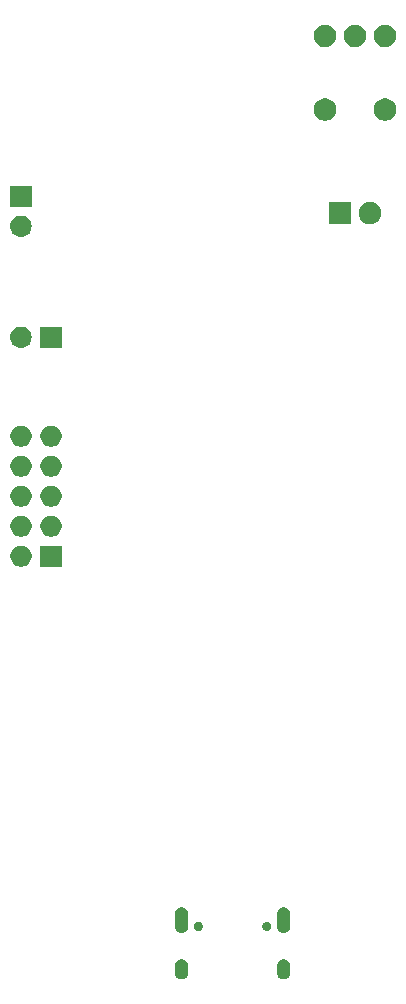
<source format=gbr>
G04 #@! TF.GenerationSoftware,KiCad,Pcbnew,(5.1.4)-1*
G04 #@! TF.CreationDate,2020-01-13T07:02:12+01:00*
G04 #@! TF.ProjectId,Skills,536b696c-6c73-42e6-9b69-6361645f7063,rev?*
G04 #@! TF.SameCoordinates,Original*
G04 #@! TF.FileFunction,Soldermask,Bot*
G04 #@! TF.FilePolarity,Negative*
%FSLAX46Y46*%
G04 Gerber Fmt 4.6, Leading zero omitted, Abs format (unit mm)*
G04 Created by KiCad (PCBNEW (5.1.4)-1) date 2020-01-13 07:02:12*
%MOMM*%
%LPD*%
G04 APERTURE LIST*
%ADD10C,0.100000*%
G04 APERTURE END LIST*
D10*
G36*
X77078014Y-133206973D02*
G01*
X77181878Y-133238479D01*
X77225907Y-133262013D01*
X77277599Y-133289643D01*
X77277601Y-133289644D01*
X77277600Y-133289644D01*
X77361501Y-133358499D01*
X77430356Y-133442400D01*
X77481521Y-133538121D01*
X77513027Y-133641985D01*
X77521000Y-133722933D01*
X77521000Y-134377067D01*
X77513027Y-134458015D01*
X77481521Y-134561879D01*
X77481519Y-134561882D01*
X77430357Y-134657600D01*
X77361501Y-134741501D01*
X77277600Y-134810357D01*
X77209055Y-134846995D01*
X77181879Y-134861521D01*
X77078015Y-134893027D01*
X76970000Y-134903666D01*
X76861986Y-134893027D01*
X76758122Y-134861521D01*
X76730946Y-134846995D01*
X76662401Y-134810357D01*
X76578500Y-134741501D01*
X76509645Y-134657601D01*
X76458480Y-134561879D01*
X76426973Y-134458015D01*
X76419000Y-134377067D01*
X76419000Y-133722934D01*
X76426973Y-133641986D01*
X76458479Y-133538122D01*
X76509644Y-133442400D01*
X76578499Y-133358499D01*
X76662400Y-133289644D01*
X76662399Y-133289644D01*
X76662401Y-133289643D01*
X76714093Y-133262013D01*
X76758121Y-133238479D01*
X76861985Y-133206973D01*
X76970000Y-133196334D01*
X77078014Y-133206973D01*
X77078014Y-133206973D01*
G37*
G36*
X68438014Y-133206973D02*
G01*
X68541878Y-133238479D01*
X68585907Y-133262013D01*
X68637599Y-133289643D01*
X68637601Y-133289644D01*
X68637600Y-133289644D01*
X68721501Y-133358499D01*
X68790356Y-133442400D01*
X68841521Y-133538121D01*
X68873027Y-133641985D01*
X68881000Y-133722933D01*
X68881000Y-134377067D01*
X68873027Y-134458015D01*
X68841521Y-134561879D01*
X68841519Y-134561882D01*
X68790357Y-134657600D01*
X68721501Y-134741501D01*
X68637600Y-134810357D01*
X68569055Y-134846995D01*
X68541879Y-134861521D01*
X68438015Y-134893027D01*
X68330000Y-134903666D01*
X68221986Y-134893027D01*
X68118122Y-134861521D01*
X68090946Y-134846995D01*
X68022401Y-134810357D01*
X67938500Y-134741501D01*
X67869645Y-134657601D01*
X67818480Y-134561879D01*
X67786973Y-134458015D01*
X67779000Y-134377067D01*
X67779000Y-133722934D01*
X67786973Y-133641986D01*
X67818479Y-133538122D01*
X67869644Y-133442400D01*
X67938499Y-133358499D01*
X68022400Y-133289644D01*
X68022399Y-133289644D01*
X68022401Y-133289643D01*
X68074093Y-133262013D01*
X68118121Y-133238479D01*
X68221985Y-133206973D01*
X68330000Y-133196334D01*
X68438014Y-133206973D01*
X68438014Y-133206973D01*
G37*
G36*
X77078014Y-128776973D02*
G01*
X77181878Y-128808479D01*
X77225907Y-128832013D01*
X77277599Y-128859643D01*
X77277601Y-128859644D01*
X77277600Y-128859644D01*
X77361501Y-128928499D01*
X77430356Y-129012400D01*
X77481521Y-129108121D01*
X77513027Y-129211985D01*
X77521000Y-129292933D01*
X77521000Y-130447067D01*
X77513027Y-130528015D01*
X77481521Y-130631879D01*
X77477348Y-130639686D01*
X77430357Y-130727600D01*
X77361501Y-130811501D01*
X77277600Y-130880357D01*
X77209055Y-130916995D01*
X77181879Y-130931521D01*
X77078015Y-130963027D01*
X76970000Y-130973666D01*
X76861986Y-130963027D01*
X76758122Y-130931521D01*
X76730946Y-130916995D01*
X76662401Y-130880357D01*
X76578500Y-130811501D01*
X76509644Y-130727600D01*
X76462653Y-130639686D01*
X76458480Y-130631879D01*
X76426974Y-130528015D01*
X76419001Y-130447067D01*
X76419000Y-129292934D01*
X76426973Y-129211986D01*
X76458479Y-129108122D01*
X76509644Y-129012400D01*
X76578499Y-128928499D01*
X76662400Y-128859644D01*
X76662399Y-128859644D01*
X76662401Y-128859643D01*
X76714093Y-128832013D01*
X76758121Y-128808479D01*
X76861985Y-128776973D01*
X76970000Y-128766334D01*
X77078014Y-128776973D01*
X77078014Y-128776973D01*
G37*
G36*
X68438014Y-128776973D02*
G01*
X68541878Y-128808479D01*
X68585907Y-128832013D01*
X68637599Y-128859643D01*
X68637601Y-128859644D01*
X68637600Y-128859644D01*
X68721501Y-128928499D01*
X68790356Y-129012400D01*
X68841521Y-129108121D01*
X68873027Y-129211985D01*
X68881000Y-129292933D01*
X68881000Y-130447067D01*
X68873027Y-130528015D01*
X68841521Y-130631879D01*
X68837348Y-130639686D01*
X68790357Y-130727600D01*
X68721501Y-130811501D01*
X68637600Y-130880357D01*
X68569055Y-130916995D01*
X68541879Y-130931521D01*
X68438015Y-130963027D01*
X68330000Y-130973666D01*
X68221986Y-130963027D01*
X68118122Y-130931521D01*
X68090946Y-130916995D01*
X68022401Y-130880357D01*
X67938500Y-130811501D01*
X67869644Y-130727600D01*
X67822653Y-130639686D01*
X67818480Y-130631879D01*
X67786974Y-130528015D01*
X67779001Y-130447067D01*
X67779000Y-129292934D01*
X67786973Y-129211986D01*
X67818479Y-129108122D01*
X67869644Y-129012400D01*
X67938499Y-128928499D01*
X68022400Y-128859644D01*
X68022399Y-128859644D01*
X68022401Y-128859643D01*
X68074093Y-128832013D01*
X68118121Y-128808479D01*
X68221985Y-128776973D01*
X68330000Y-128766334D01*
X68438014Y-128776973D01*
X68438014Y-128776973D01*
G37*
G36*
X69869672Y-130038449D02*
G01*
X69869674Y-130038450D01*
X69869675Y-130038450D01*
X69938103Y-130066793D01*
X69999686Y-130107942D01*
X70052058Y-130160314D01*
X70093207Y-130221897D01*
X70121550Y-130290325D01*
X70136000Y-130362967D01*
X70136000Y-130437033D01*
X70121550Y-130509675D01*
X70093207Y-130578103D01*
X70052058Y-130639686D01*
X69999686Y-130692058D01*
X69938103Y-130733207D01*
X69869675Y-130761550D01*
X69869674Y-130761550D01*
X69869672Y-130761551D01*
X69797034Y-130776000D01*
X69722966Y-130776000D01*
X69650328Y-130761551D01*
X69650326Y-130761550D01*
X69650325Y-130761550D01*
X69581897Y-130733207D01*
X69520314Y-130692058D01*
X69467942Y-130639686D01*
X69426793Y-130578103D01*
X69398450Y-130509675D01*
X69384000Y-130437033D01*
X69384000Y-130362967D01*
X69398450Y-130290325D01*
X69426793Y-130221897D01*
X69467942Y-130160314D01*
X69520314Y-130107942D01*
X69581897Y-130066793D01*
X69650325Y-130038450D01*
X69650326Y-130038450D01*
X69650328Y-130038449D01*
X69722966Y-130024000D01*
X69797034Y-130024000D01*
X69869672Y-130038449D01*
X69869672Y-130038449D01*
G37*
G36*
X75649672Y-130038449D02*
G01*
X75649674Y-130038450D01*
X75649675Y-130038450D01*
X75718103Y-130066793D01*
X75779686Y-130107942D01*
X75832058Y-130160314D01*
X75873207Y-130221897D01*
X75901550Y-130290325D01*
X75916000Y-130362967D01*
X75916000Y-130437033D01*
X75901550Y-130509675D01*
X75873207Y-130578103D01*
X75832058Y-130639686D01*
X75779686Y-130692058D01*
X75718103Y-130733207D01*
X75649675Y-130761550D01*
X75649674Y-130761550D01*
X75649672Y-130761551D01*
X75577034Y-130776000D01*
X75502966Y-130776000D01*
X75430328Y-130761551D01*
X75430326Y-130761550D01*
X75430325Y-130761550D01*
X75361897Y-130733207D01*
X75300314Y-130692058D01*
X75247942Y-130639686D01*
X75206793Y-130578103D01*
X75178450Y-130509675D01*
X75164000Y-130437033D01*
X75164000Y-130362967D01*
X75178450Y-130290325D01*
X75206793Y-130221897D01*
X75247942Y-130160314D01*
X75300314Y-130107942D01*
X75361897Y-130066793D01*
X75430325Y-130038450D01*
X75430326Y-130038450D01*
X75430328Y-130038449D01*
X75502966Y-130024000D01*
X75577034Y-130024000D01*
X75649672Y-130038449D01*
X75649672Y-130038449D01*
G37*
G36*
X54850512Y-98163927D02*
G01*
X54999812Y-98193624D01*
X55163784Y-98261544D01*
X55311354Y-98360147D01*
X55436853Y-98485646D01*
X55535456Y-98633216D01*
X55603376Y-98797188D01*
X55638000Y-98971259D01*
X55638000Y-99148741D01*
X55603376Y-99322812D01*
X55535456Y-99486784D01*
X55436853Y-99634354D01*
X55311354Y-99759853D01*
X55163784Y-99858456D01*
X54999812Y-99926376D01*
X54850512Y-99956073D01*
X54825742Y-99961000D01*
X54648258Y-99961000D01*
X54623488Y-99956073D01*
X54474188Y-99926376D01*
X54310216Y-99858456D01*
X54162646Y-99759853D01*
X54037147Y-99634354D01*
X53938544Y-99486784D01*
X53870624Y-99322812D01*
X53836000Y-99148741D01*
X53836000Y-98971259D01*
X53870624Y-98797188D01*
X53938544Y-98633216D01*
X54037147Y-98485646D01*
X54162646Y-98360147D01*
X54310216Y-98261544D01*
X54474188Y-98193624D01*
X54623488Y-98163927D01*
X54648258Y-98159000D01*
X54825742Y-98159000D01*
X54850512Y-98163927D01*
X54850512Y-98163927D01*
G37*
G36*
X58178000Y-99961000D02*
G01*
X56376000Y-99961000D01*
X56376000Y-98159000D01*
X58178000Y-98159000D01*
X58178000Y-99961000D01*
X58178000Y-99961000D01*
G37*
G36*
X54850512Y-95623927D02*
G01*
X54999812Y-95653624D01*
X55163784Y-95721544D01*
X55311354Y-95820147D01*
X55436853Y-95945646D01*
X55535456Y-96093216D01*
X55603376Y-96257188D01*
X55638000Y-96431259D01*
X55638000Y-96608741D01*
X55603376Y-96782812D01*
X55535456Y-96946784D01*
X55436853Y-97094354D01*
X55311354Y-97219853D01*
X55163784Y-97318456D01*
X54999812Y-97386376D01*
X54850512Y-97416073D01*
X54825742Y-97421000D01*
X54648258Y-97421000D01*
X54623488Y-97416073D01*
X54474188Y-97386376D01*
X54310216Y-97318456D01*
X54162646Y-97219853D01*
X54037147Y-97094354D01*
X53938544Y-96946784D01*
X53870624Y-96782812D01*
X53836000Y-96608741D01*
X53836000Y-96431259D01*
X53870624Y-96257188D01*
X53938544Y-96093216D01*
X54037147Y-95945646D01*
X54162646Y-95820147D01*
X54310216Y-95721544D01*
X54474188Y-95653624D01*
X54623488Y-95623927D01*
X54648258Y-95619000D01*
X54825742Y-95619000D01*
X54850512Y-95623927D01*
X54850512Y-95623927D01*
G37*
G36*
X57390512Y-95623927D02*
G01*
X57539812Y-95653624D01*
X57703784Y-95721544D01*
X57851354Y-95820147D01*
X57976853Y-95945646D01*
X58075456Y-96093216D01*
X58143376Y-96257188D01*
X58178000Y-96431259D01*
X58178000Y-96608741D01*
X58143376Y-96782812D01*
X58075456Y-96946784D01*
X57976853Y-97094354D01*
X57851354Y-97219853D01*
X57703784Y-97318456D01*
X57539812Y-97386376D01*
X57390512Y-97416073D01*
X57365742Y-97421000D01*
X57188258Y-97421000D01*
X57163488Y-97416073D01*
X57014188Y-97386376D01*
X56850216Y-97318456D01*
X56702646Y-97219853D01*
X56577147Y-97094354D01*
X56478544Y-96946784D01*
X56410624Y-96782812D01*
X56376000Y-96608741D01*
X56376000Y-96431259D01*
X56410624Y-96257188D01*
X56478544Y-96093216D01*
X56577147Y-95945646D01*
X56702646Y-95820147D01*
X56850216Y-95721544D01*
X57014188Y-95653624D01*
X57163488Y-95623927D01*
X57188258Y-95619000D01*
X57365742Y-95619000D01*
X57390512Y-95623927D01*
X57390512Y-95623927D01*
G37*
G36*
X54850512Y-93083927D02*
G01*
X54999812Y-93113624D01*
X55163784Y-93181544D01*
X55311354Y-93280147D01*
X55436853Y-93405646D01*
X55535456Y-93553216D01*
X55603376Y-93717188D01*
X55638000Y-93891259D01*
X55638000Y-94068741D01*
X55603376Y-94242812D01*
X55535456Y-94406784D01*
X55436853Y-94554354D01*
X55311354Y-94679853D01*
X55163784Y-94778456D01*
X54999812Y-94846376D01*
X54850512Y-94876073D01*
X54825742Y-94881000D01*
X54648258Y-94881000D01*
X54623488Y-94876073D01*
X54474188Y-94846376D01*
X54310216Y-94778456D01*
X54162646Y-94679853D01*
X54037147Y-94554354D01*
X53938544Y-94406784D01*
X53870624Y-94242812D01*
X53836000Y-94068741D01*
X53836000Y-93891259D01*
X53870624Y-93717188D01*
X53938544Y-93553216D01*
X54037147Y-93405646D01*
X54162646Y-93280147D01*
X54310216Y-93181544D01*
X54474188Y-93113624D01*
X54623488Y-93083927D01*
X54648258Y-93079000D01*
X54825742Y-93079000D01*
X54850512Y-93083927D01*
X54850512Y-93083927D01*
G37*
G36*
X57390512Y-93083927D02*
G01*
X57539812Y-93113624D01*
X57703784Y-93181544D01*
X57851354Y-93280147D01*
X57976853Y-93405646D01*
X58075456Y-93553216D01*
X58143376Y-93717188D01*
X58178000Y-93891259D01*
X58178000Y-94068741D01*
X58143376Y-94242812D01*
X58075456Y-94406784D01*
X57976853Y-94554354D01*
X57851354Y-94679853D01*
X57703784Y-94778456D01*
X57539812Y-94846376D01*
X57390512Y-94876073D01*
X57365742Y-94881000D01*
X57188258Y-94881000D01*
X57163488Y-94876073D01*
X57014188Y-94846376D01*
X56850216Y-94778456D01*
X56702646Y-94679853D01*
X56577147Y-94554354D01*
X56478544Y-94406784D01*
X56410624Y-94242812D01*
X56376000Y-94068741D01*
X56376000Y-93891259D01*
X56410624Y-93717188D01*
X56478544Y-93553216D01*
X56577147Y-93405646D01*
X56702646Y-93280147D01*
X56850216Y-93181544D01*
X57014188Y-93113624D01*
X57163488Y-93083927D01*
X57188258Y-93079000D01*
X57365742Y-93079000D01*
X57390512Y-93083927D01*
X57390512Y-93083927D01*
G37*
G36*
X57390512Y-90543927D02*
G01*
X57539812Y-90573624D01*
X57703784Y-90641544D01*
X57851354Y-90740147D01*
X57976853Y-90865646D01*
X58075456Y-91013216D01*
X58143376Y-91177188D01*
X58178000Y-91351259D01*
X58178000Y-91528741D01*
X58143376Y-91702812D01*
X58075456Y-91866784D01*
X57976853Y-92014354D01*
X57851354Y-92139853D01*
X57703784Y-92238456D01*
X57539812Y-92306376D01*
X57390512Y-92336073D01*
X57365742Y-92341000D01*
X57188258Y-92341000D01*
X57163488Y-92336073D01*
X57014188Y-92306376D01*
X56850216Y-92238456D01*
X56702646Y-92139853D01*
X56577147Y-92014354D01*
X56478544Y-91866784D01*
X56410624Y-91702812D01*
X56376000Y-91528741D01*
X56376000Y-91351259D01*
X56410624Y-91177188D01*
X56478544Y-91013216D01*
X56577147Y-90865646D01*
X56702646Y-90740147D01*
X56850216Y-90641544D01*
X57014188Y-90573624D01*
X57163488Y-90543927D01*
X57188258Y-90539000D01*
X57365742Y-90539000D01*
X57390512Y-90543927D01*
X57390512Y-90543927D01*
G37*
G36*
X54850512Y-90543927D02*
G01*
X54999812Y-90573624D01*
X55163784Y-90641544D01*
X55311354Y-90740147D01*
X55436853Y-90865646D01*
X55535456Y-91013216D01*
X55603376Y-91177188D01*
X55638000Y-91351259D01*
X55638000Y-91528741D01*
X55603376Y-91702812D01*
X55535456Y-91866784D01*
X55436853Y-92014354D01*
X55311354Y-92139853D01*
X55163784Y-92238456D01*
X54999812Y-92306376D01*
X54850512Y-92336073D01*
X54825742Y-92341000D01*
X54648258Y-92341000D01*
X54623488Y-92336073D01*
X54474188Y-92306376D01*
X54310216Y-92238456D01*
X54162646Y-92139853D01*
X54037147Y-92014354D01*
X53938544Y-91866784D01*
X53870624Y-91702812D01*
X53836000Y-91528741D01*
X53836000Y-91351259D01*
X53870624Y-91177188D01*
X53938544Y-91013216D01*
X54037147Y-90865646D01*
X54162646Y-90740147D01*
X54310216Y-90641544D01*
X54474188Y-90573624D01*
X54623488Y-90543927D01*
X54648258Y-90539000D01*
X54825742Y-90539000D01*
X54850512Y-90543927D01*
X54850512Y-90543927D01*
G37*
G36*
X54850512Y-88003927D02*
G01*
X54999812Y-88033624D01*
X55163784Y-88101544D01*
X55311354Y-88200147D01*
X55436853Y-88325646D01*
X55535456Y-88473216D01*
X55603376Y-88637188D01*
X55638000Y-88811259D01*
X55638000Y-88988741D01*
X55603376Y-89162812D01*
X55535456Y-89326784D01*
X55436853Y-89474354D01*
X55311354Y-89599853D01*
X55163784Y-89698456D01*
X54999812Y-89766376D01*
X54850512Y-89796073D01*
X54825742Y-89801000D01*
X54648258Y-89801000D01*
X54623488Y-89796073D01*
X54474188Y-89766376D01*
X54310216Y-89698456D01*
X54162646Y-89599853D01*
X54037147Y-89474354D01*
X53938544Y-89326784D01*
X53870624Y-89162812D01*
X53836000Y-88988741D01*
X53836000Y-88811259D01*
X53870624Y-88637188D01*
X53938544Y-88473216D01*
X54037147Y-88325646D01*
X54162646Y-88200147D01*
X54310216Y-88101544D01*
X54474188Y-88033624D01*
X54623488Y-88003927D01*
X54648258Y-87999000D01*
X54825742Y-87999000D01*
X54850512Y-88003927D01*
X54850512Y-88003927D01*
G37*
G36*
X57390512Y-88003927D02*
G01*
X57539812Y-88033624D01*
X57703784Y-88101544D01*
X57851354Y-88200147D01*
X57976853Y-88325646D01*
X58075456Y-88473216D01*
X58143376Y-88637188D01*
X58178000Y-88811259D01*
X58178000Y-88988741D01*
X58143376Y-89162812D01*
X58075456Y-89326784D01*
X57976853Y-89474354D01*
X57851354Y-89599853D01*
X57703784Y-89698456D01*
X57539812Y-89766376D01*
X57390512Y-89796073D01*
X57365742Y-89801000D01*
X57188258Y-89801000D01*
X57163488Y-89796073D01*
X57014188Y-89766376D01*
X56850216Y-89698456D01*
X56702646Y-89599853D01*
X56577147Y-89474354D01*
X56478544Y-89326784D01*
X56410624Y-89162812D01*
X56376000Y-88988741D01*
X56376000Y-88811259D01*
X56410624Y-88637188D01*
X56478544Y-88473216D01*
X56577147Y-88325646D01*
X56702646Y-88200147D01*
X56850216Y-88101544D01*
X57014188Y-88033624D01*
X57163488Y-88003927D01*
X57188258Y-87999000D01*
X57365742Y-87999000D01*
X57390512Y-88003927D01*
X57390512Y-88003927D01*
G37*
G36*
X58178000Y-81419000D02*
G01*
X56376000Y-81419000D01*
X56376000Y-79617000D01*
X58178000Y-79617000D01*
X58178000Y-81419000D01*
X58178000Y-81419000D01*
G37*
G36*
X54847442Y-79623518D02*
G01*
X54913627Y-79630037D01*
X55083466Y-79681557D01*
X55239991Y-79765222D01*
X55275729Y-79794552D01*
X55377186Y-79877814D01*
X55460448Y-79979271D01*
X55489778Y-80015009D01*
X55573443Y-80171534D01*
X55624963Y-80341373D01*
X55642359Y-80518000D01*
X55624963Y-80694627D01*
X55573443Y-80864466D01*
X55489778Y-81020991D01*
X55460448Y-81056729D01*
X55377186Y-81158186D01*
X55275729Y-81241448D01*
X55239991Y-81270778D01*
X55083466Y-81354443D01*
X54913627Y-81405963D01*
X54847442Y-81412482D01*
X54781260Y-81419000D01*
X54692740Y-81419000D01*
X54626558Y-81412482D01*
X54560373Y-81405963D01*
X54390534Y-81354443D01*
X54234009Y-81270778D01*
X54198271Y-81241448D01*
X54096814Y-81158186D01*
X54013552Y-81056729D01*
X53984222Y-81020991D01*
X53900557Y-80864466D01*
X53849037Y-80694627D01*
X53831641Y-80518000D01*
X53849037Y-80341373D01*
X53900557Y-80171534D01*
X53984222Y-80015009D01*
X54013552Y-79979271D01*
X54096814Y-79877814D01*
X54198271Y-79794552D01*
X54234009Y-79765222D01*
X54390534Y-79681557D01*
X54560373Y-79630037D01*
X54626558Y-79623518D01*
X54692740Y-79617000D01*
X54781260Y-79617000D01*
X54847442Y-79623518D01*
X54847442Y-79623518D01*
G37*
G36*
X54847442Y-70225518D02*
G01*
X54913627Y-70232037D01*
X55083466Y-70283557D01*
X55239991Y-70367222D01*
X55275729Y-70396552D01*
X55377186Y-70479814D01*
X55460448Y-70581271D01*
X55489778Y-70617009D01*
X55573443Y-70773534D01*
X55624963Y-70943373D01*
X55642359Y-71120000D01*
X55624963Y-71296627D01*
X55573443Y-71466466D01*
X55489778Y-71622991D01*
X55460448Y-71658729D01*
X55377186Y-71760186D01*
X55275729Y-71843448D01*
X55239991Y-71872778D01*
X55083466Y-71956443D01*
X54913627Y-72007963D01*
X54847443Y-72014481D01*
X54781260Y-72021000D01*
X54692740Y-72021000D01*
X54626557Y-72014481D01*
X54560373Y-72007963D01*
X54390534Y-71956443D01*
X54234009Y-71872778D01*
X54198271Y-71843448D01*
X54096814Y-71760186D01*
X54013552Y-71658729D01*
X53984222Y-71622991D01*
X53900557Y-71466466D01*
X53849037Y-71296627D01*
X53831641Y-71120000D01*
X53849037Y-70943373D01*
X53900557Y-70773534D01*
X53984222Y-70617009D01*
X54013552Y-70581271D01*
X54096814Y-70479814D01*
X54198271Y-70396552D01*
X54234009Y-70367222D01*
X54390534Y-70283557D01*
X54560373Y-70232037D01*
X54626558Y-70225518D01*
X54692740Y-70219000D01*
X54781260Y-70219000D01*
X54847442Y-70225518D01*
X54847442Y-70225518D01*
G37*
G36*
X82681000Y-70951000D02*
G01*
X80779000Y-70951000D01*
X80779000Y-69049000D01*
X82681000Y-69049000D01*
X82681000Y-70951000D01*
X82681000Y-70951000D01*
G37*
G36*
X84547395Y-69085546D02*
G01*
X84720466Y-69157234D01*
X84720467Y-69157235D01*
X84876227Y-69261310D01*
X85008690Y-69393773D01*
X85008691Y-69393775D01*
X85112766Y-69549534D01*
X85184454Y-69722605D01*
X85221000Y-69906333D01*
X85221000Y-70093667D01*
X85184454Y-70277395D01*
X85112766Y-70450466D01*
X85061081Y-70527818D01*
X85008690Y-70606227D01*
X84876227Y-70738690D01*
X84824082Y-70773532D01*
X84720466Y-70842766D01*
X84547395Y-70914454D01*
X84363667Y-70951000D01*
X84176333Y-70951000D01*
X83992605Y-70914454D01*
X83819534Y-70842766D01*
X83715918Y-70773532D01*
X83663773Y-70738690D01*
X83531310Y-70606227D01*
X83478919Y-70527818D01*
X83427234Y-70450466D01*
X83355546Y-70277395D01*
X83319000Y-70093667D01*
X83319000Y-69906333D01*
X83355546Y-69722605D01*
X83427234Y-69549534D01*
X83531309Y-69393775D01*
X83531310Y-69393773D01*
X83663773Y-69261310D01*
X83819533Y-69157235D01*
X83819534Y-69157234D01*
X83992605Y-69085546D01*
X84176333Y-69049000D01*
X84363667Y-69049000D01*
X84547395Y-69085546D01*
X84547395Y-69085546D01*
G37*
G36*
X55638000Y-69481000D02*
G01*
X53836000Y-69481000D01*
X53836000Y-67679000D01*
X55638000Y-67679000D01*
X55638000Y-69481000D01*
X55638000Y-69481000D01*
G37*
G36*
X85817395Y-60335546D02*
G01*
X85990466Y-60407234D01*
X85990467Y-60407235D01*
X86146227Y-60511310D01*
X86278690Y-60643773D01*
X86278691Y-60643775D01*
X86382766Y-60799534D01*
X86454454Y-60972605D01*
X86491000Y-61156333D01*
X86491000Y-61343667D01*
X86454454Y-61527395D01*
X86382766Y-61700466D01*
X86382765Y-61700467D01*
X86278690Y-61856227D01*
X86146227Y-61988690D01*
X86067818Y-62041081D01*
X85990466Y-62092766D01*
X85817395Y-62164454D01*
X85633667Y-62201000D01*
X85446333Y-62201000D01*
X85262605Y-62164454D01*
X85089534Y-62092766D01*
X85012182Y-62041081D01*
X84933773Y-61988690D01*
X84801310Y-61856227D01*
X84697235Y-61700467D01*
X84697234Y-61700466D01*
X84625546Y-61527395D01*
X84589000Y-61343667D01*
X84589000Y-61156333D01*
X84625546Y-60972605D01*
X84697234Y-60799534D01*
X84801309Y-60643775D01*
X84801310Y-60643773D01*
X84933773Y-60511310D01*
X85089533Y-60407235D01*
X85089534Y-60407234D01*
X85262605Y-60335546D01*
X85446333Y-60299000D01*
X85633667Y-60299000D01*
X85817395Y-60335546D01*
X85817395Y-60335546D01*
G37*
G36*
X80737395Y-60335546D02*
G01*
X80910466Y-60407234D01*
X80910467Y-60407235D01*
X81066227Y-60511310D01*
X81198690Y-60643773D01*
X81198691Y-60643775D01*
X81302766Y-60799534D01*
X81374454Y-60972605D01*
X81411000Y-61156333D01*
X81411000Y-61343667D01*
X81374454Y-61527395D01*
X81302766Y-61700466D01*
X81302765Y-61700467D01*
X81198690Y-61856227D01*
X81066227Y-61988690D01*
X80987818Y-62041081D01*
X80910466Y-62092766D01*
X80737395Y-62164454D01*
X80553667Y-62201000D01*
X80366333Y-62201000D01*
X80182605Y-62164454D01*
X80009534Y-62092766D01*
X79932182Y-62041081D01*
X79853773Y-61988690D01*
X79721310Y-61856227D01*
X79617235Y-61700467D01*
X79617234Y-61700466D01*
X79545546Y-61527395D01*
X79509000Y-61343667D01*
X79509000Y-61156333D01*
X79545546Y-60972605D01*
X79617234Y-60799534D01*
X79721309Y-60643775D01*
X79721310Y-60643773D01*
X79853773Y-60511310D01*
X80009533Y-60407235D01*
X80009534Y-60407234D01*
X80182605Y-60335546D01*
X80366333Y-60299000D01*
X80553667Y-60299000D01*
X80737395Y-60335546D01*
X80737395Y-60335546D01*
G37*
G36*
X80737395Y-54085546D02*
G01*
X80910466Y-54157234D01*
X80910467Y-54157235D01*
X81066227Y-54261310D01*
X81198690Y-54393773D01*
X81198691Y-54393775D01*
X81302766Y-54549534D01*
X81374454Y-54722605D01*
X81411000Y-54906333D01*
X81411000Y-55093667D01*
X81374454Y-55277395D01*
X81302766Y-55450466D01*
X81302765Y-55450467D01*
X81198690Y-55606227D01*
X81066227Y-55738690D01*
X80987818Y-55791081D01*
X80910466Y-55842766D01*
X80737395Y-55914454D01*
X80553667Y-55951000D01*
X80366333Y-55951000D01*
X80182605Y-55914454D01*
X80009534Y-55842766D01*
X79932182Y-55791081D01*
X79853773Y-55738690D01*
X79721310Y-55606227D01*
X79617235Y-55450467D01*
X79617234Y-55450466D01*
X79545546Y-55277395D01*
X79509000Y-55093667D01*
X79509000Y-54906333D01*
X79545546Y-54722605D01*
X79617234Y-54549534D01*
X79721309Y-54393775D01*
X79721310Y-54393773D01*
X79853773Y-54261310D01*
X80009533Y-54157235D01*
X80009534Y-54157234D01*
X80182605Y-54085546D01*
X80366333Y-54049000D01*
X80553667Y-54049000D01*
X80737395Y-54085546D01*
X80737395Y-54085546D01*
G37*
G36*
X85817395Y-54085546D02*
G01*
X85990466Y-54157234D01*
X85990467Y-54157235D01*
X86146227Y-54261310D01*
X86278690Y-54393773D01*
X86278691Y-54393775D01*
X86382766Y-54549534D01*
X86454454Y-54722605D01*
X86491000Y-54906333D01*
X86491000Y-55093667D01*
X86454454Y-55277395D01*
X86382766Y-55450466D01*
X86382765Y-55450467D01*
X86278690Y-55606227D01*
X86146227Y-55738690D01*
X86067818Y-55791081D01*
X85990466Y-55842766D01*
X85817395Y-55914454D01*
X85633667Y-55951000D01*
X85446333Y-55951000D01*
X85262605Y-55914454D01*
X85089534Y-55842766D01*
X85012182Y-55791081D01*
X84933773Y-55738690D01*
X84801310Y-55606227D01*
X84697235Y-55450467D01*
X84697234Y-55450466D01*
X84625546Y-55277395D01*
X84589000Y-55093667D01*
X84589000Y-54906333D01*
X84625546Y-54722605D01*
X84697234Y-54549534D01*
X84801309Y-54393775D01*
X84801310Y-54393773D01*
X84933773Y-54261310D01*
X85089533Y-54157235D01*
X85089534Y-54157234D01*
X85262605Y-54085546D01*
X85446333Y-54049000D01*
X85633667Y-54049000D01*
X85817395Y-54085546D01*
X85817395Y-54085546D01*
G37*
G36*
X83277395Y-54085546D02*
G01*
X83450466Y-54157234D01*
X83450467Y-54157235D01*
X83606227Y-54261310D01*
X83738690Y-54393773D01*
X83738691Y-54393775D01*
X83842766Y-54549534D01*
X83914454Y-54722605D01*
X83951000Y-54906333D01*
X83951000Y-55093667D01*
X83914454Y-55277395D01*
X83842766Y-55450466D01*
X83842765Y-55450467D01*
X83738690Y-55606227D01*
X83606227Y-55738690D01*
X83527818Y-55791081D01*
X83450466Y-55842766D01*
X83277395Y-55914454D01*
X83093667Y-55951000D01*
X82906333Y-55951000D01*
X82722605Y-55914454D01*
X82549534Y-55842766D01*
X82472182Y-55791081D01*
X82393773Y-55738690D01*
X82261310Y-55606227D01*
X82157235Y-55450467D01*
X82157234Y-55450466D01*
X82085546Y-55277395D01*
X82049000Y-55093667D01*
X82049000Y-54906333D01*
X82085546Y-54722605D01*
X82157234Y-54549534D01*
X82261309Y-54393775D01*
X82261310Y-54393773D01*
X82393773Y-54261310D01*
X82549533Y-54157235D01*
X82549534Y-54157234D01*
X82722605Y-54085546D01*
X82906333Y-54049000D01*
X83093667Y-54049000D01*
X83277395Y-54085546D01*
X83277395Y-54085546D01*
G37*
M02*

</source>
